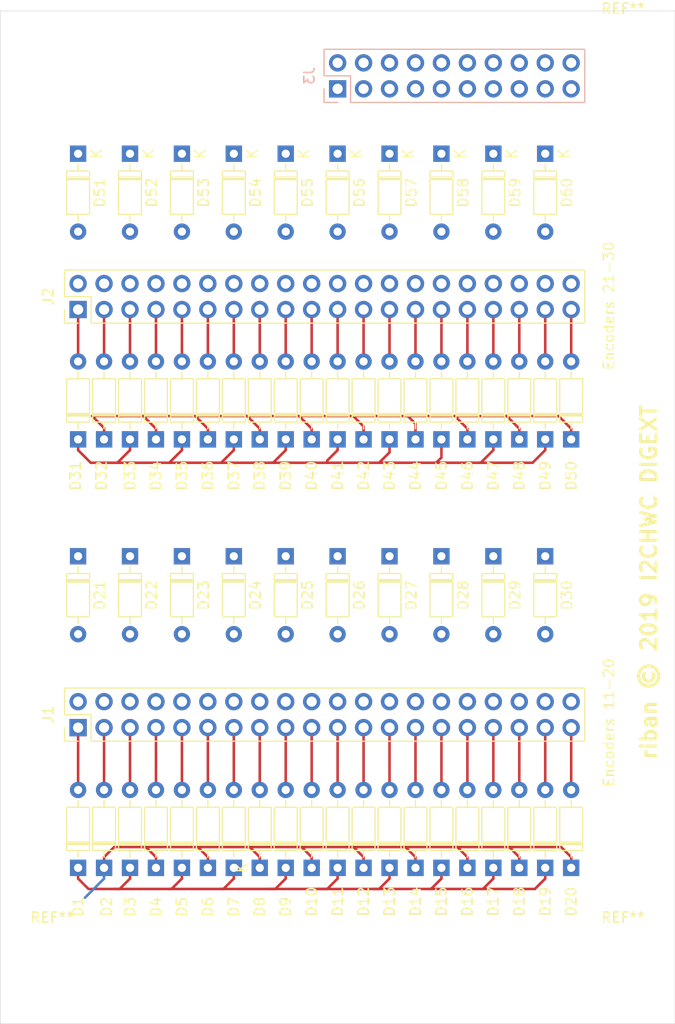
<source format=kicad_pcb>
(kicad_pcb (version 20171130) (host pcbnew "(5.1.0)-1")
  (layers (0 F.Cu signal) (31 B.Cu signal) (34 B.Paste user) (35 F.Paste user) (36 B.SilkS user) (37 F.SilkS user) (38 B.Mask user) (39 F.Mask user) (44 Edge.Cuts user))
  (net 0 "")
  (net 1 "Net-(D1-Pad2)")
  (net 2 SwitchIn2)
  (net 3 EncIn2a)
  (net 4 "Net-(D2-Pad2)")
  (net 5 "Net-(D3-Pad2)")
  (net 6 "Net-(D4-Pad2)")
  (net 7 "Net-(D5-Pad2)")
  (net 8 "Net-(D6-Pad2)")
  (net 9 "Net-(D7-Pad2)")
  (net 10 "Net-(D8-Pad2)")
  (net 11 "Net-(D9-Pad2)")
  (net 12 "Net-(D10-Pad2)")
  (net 13 "Net-(D11-Pad2)")
  (net 14 "Net-(D12-Pad2)")
  (net 15 "Net-(D13-Pad2)")
  (net 16 "Net-(D14-Pad2)")
  (net 17 "Net-(D15-Pad2)")
  (net 18 "Net-(D16-Pad2)")
  (net 19 "Net-(D17-Pad2)")
  (net 20 "Net-(D18-Pad2)")
  (net 21 "Net-(D19-Pad2)")
  (net 22 "Net-(D20-Pad2)")
  (net 23 EncIn2b)
  (net 24 "Net-(D21-Pad2)")
  (net 25 "Net-(D22-Pad2)")
  (net 26 "Net-(D23-Pad2)")
  (net 27 "Net-(D24-Pad2)")
  (net 28 "Net-(D25-Pad2)")
  (net 29 "Net-(D26-Pad2)")
  (net 30 "Net-(D27-Pad2)")
  (net 31 "Net-(D28-Pad2)")
  (net 32 "Net-(D29-Pad2)")
  (net 33 "Net-(D30-Pad2)")
  (net 34 "Net-(D31-Pad2)")
  (net 35 SwitchIn3)
  (net 36 EncIn3a)
  (net 37 "Net-(D32-Pad2)")
  (net 38 "Net-(D33-Pad2)")
  (net 39 "Net-(D34-Pad2)")
  (net 40 "Net-(D35-Pad2)")
  (net 41 "Net-(D36-Pad2)")
  (net 42 "Net-(D37-Pad2)")
  (net 43 "Net-(D38-Pad2)")
  (net 44 "Net-(D39-Pad2)")
  (net 45 "Net-(D40-Pad2)")
  (net 46 "Net-(D41-Pad2)")
  (net 47 "Net-(D42-Pad2)")
  (net 48 "Net-(D43-Pad2)")
  (net 49 "Net-(D44-Pad2)")
  (net 50 "Net-(D45-Pad2)")
  (net 51 "Net-(D46-Pad2)")
  (net 52 "Net-(D47-Pad2)")
  (net 53 "Net-(D48-Pad2)")
  (net 54 "Net-(D49-Pad2)")
  (net 55 "Net-(D50-Pad2)")
  (net 56 EncIn3b)
  (net 57 "Net-(D51-Pad2)")
  (net 58 "Net-(D52-Pad2)")
  (net 59 "Net-(D53-Pad2)")
  (net 60 "Net-(D54-Pad2)")
  (net 61 "Net-(D55-Pad2)")
  (net 62 "Net-(D56-Pad2)")
  (net 63 "Net-(D57-Pad2)")
  (net 64 "Net-(D58-Pad2)")
  (net 65 "Net-(D59-Pad2)")
  (net 66 "Net-(D60-Pad2)")
  (net 67 MatrixOut10)
  (net 68 MatrixOut9)
  (net 69 MatrixOut8)
  (net 70 MatrixOut7)
  (net 71 MatrixOut6)
  (net 72 MatrixOut5)
  (net 73 MatrixOut4)
  (net 74 MatrixOut3)
  (net 75 MatrixOut2)
  (net 76 MatrixOut1)
  (module MountingHole:MountingHole_4.3mm_M4 (layer F.Cu) (at 109.22 35.56)
    (fp_text reference REF** (at 0 -5.3) (layer F.SilkS))
    (fp_text value MountingHole_4.3mm_M4)
    (pad 1 np_thru_hole circle (at 0 0) (size 4.3 4.3) (drill 4.3) (layers *.Cu *.Mask))
  )
  (module MountingHole:MountingHole_4.3mm_M4 (layer F.Cu) (at 109.22 124.46)
    (fp_text reference REF** (at 0 -5.3) (layer F.SilkS))
    (fp_text value MountingHole_4.3mm_M4)
    (pad 1 np_thru_hole circle (at 0 0) (size 4.3 4.3) (drill 4.3) (layers *.Cu *.Mask))
  )
  (module MountingHole:MountingHole_4.3mm_M4 (layer F.Cu) (at 53.34 124.46)
    (fp_text reference REF** (at 0 -5.3) (layer F.SilkS))
    (fp_text value MountingHole_4.3mm_M4)
    (pad 1 np_thru_hole circle (at 0 0) (size 4.3 4.3) (drill 4.3) (layers *.Cu *.Mask))
  )
  (module MountingHole:MountingHole_4.3mm_M4 (layer F.Cu) (at 53.34 35.56)
    (fp_text reference REF** hide)
    (fp_text value MountingHole_4.3mm_M4)
    (pad 1 np_thru_hole circle (at 0 0) (size 4.3 4.3) (drill 4.3) (layers *.Cu *.Mask))
  )
  (module Diode_THT:D_DO-35_SOD27_P7.62mm_Horizontal (layer F.Cu) (at 58.42 72.39 90)
    (fp_text reference D32 (at -3.556 -0.254 90) (layer F.SilkS))
    (fp_text value 1N4148)
    (pad 1 thru_hole rect (at 0 0 90) (size 1.6 1.6) (drill 0.8) (layers *.Cu *.Mask) (net 36 EncIn3a))
    (pad 2 thru_hole oval (at 7.62 0 90) (size 1.6 1.6) (drill 0.8) (layers *.Cu *.Mask) (net 37 "Net-(D32-Pad2)"))
  )
  (module Diode_THT:D_DO-35_SOD27_P7.62mm_Horizontal (layer F.Cu) (at 73.66 114.3 90)
    (fp_text reference D8 (at -3.81 0 90) (layer F.SilkS))
    (fp_text value 1N4148)
    (fp_text user K (at 0 -1.8 90) (layer F.SilkS))
    (pad 1 thru_hole rect (at 0 0 90) (size 1.6 1.6) (drill 0.8) (layers *.Cu *.Mask) (net 3 EncIn2a))
    (pad 2 thru_hole oval (at 7.62 0 90) (size 1.6 1.6) (drill 0.8) (layers *.Cu *.Mask) (net 10 "Net-(D8-Pad2)"))
  )
  (module Diode_THT:D_DO-35_SOD27_P7.62mm_Horizontal (layer F.Cu) (at 55.88 114.3 90)
    (fp_text reference D1 (at -3.81 0 90) (layer F.SilkS))
    (fp_text value 1N4148)
    (pad 2 thru_hole oval (at 7.62 0 90) (size 1.6 1.6) (drill 0.8) (layers *.Cu *.Mask) (net 1 "Net-(D1-Pad2)"))
    (pad 1 thru_hole rect (at 0 0 90) (size 1.6 1.6) (drill 0.8) (layers *.Cu *.Mask) (net 2 SwitchIn2))
  )
  (module Diode_THT:D_DO-35_SOD27_P7.62mm_Horizontal (layer F.Cu) (at 58.42 114.3 90)
    (fp_text reference D2 (at -3.81 0.254 90) (layer F.SilkS))
    (fp_text value 1N4148)
    (pad 1 thru_hole rect (at 0 0 90) (size 1.6 1.6) (drill 0.8) (layers *.Cu *.Mask) (net 3 EncIn2a))
    (pad 2 thru_hole oval (at 7.62 0 90) (size 1.6 1.6) (drill 0.8) (layers *.Cu *.Mask) (net 4 "Net-(D2-Pad2)"))
  )
  (module Diode_THT:D_DO-35_SOD27_P7.62mm_Horizontal (layer F.Cu) (at 60.96 114.3 90)
    (fp_text reference D3 (at -3.81 0 90) (layer F.SilkS))
    (fp_text value 1N4148)
    (pad 2 thru_hole oval (at 7.62 0 90) (size 1.6 1.6) (drill 0.8) (layers *.Cu *.Mask) (net 5 "Net-(D3-Pad2)"))
    (pad 1 thru_hole rect (at 0 0 90) (size 1.6 1.6) (drill 0.8) (layers *.Cu *.Mask) (net 2 SwitchIn2))
  )
  (module Diode_THT:D_DO-35_SOD27_P7.62mm_Horizontal (layer F.Cu) (at 63.5 114.3 90)
    (fp_text reference D4 (at -3.81 0 90) (layer F.SilkS))
    (fp_text value 1N4148)
    (pad 1 thru_hole rect (at 0 0 90) (size 1.6 1.6) (drill 0.8) (layers *.Cu *.Mask) (net 3 EncIn2a))
    (pad 2 thru_hole oval (at 7.62 0 90) (size 1.6 1.6) (drill 0.8) (layers *.Cu *.Mask) (net 6 "Net-(D4-Pad2)"))
  )
  (module Diode_THT:D_DO-35_SOD27_P7.62mm_Horizontal (layer F.Cu) (at 66.04 114.3 90)
    (fp_text reference D5 (at -3.81 0 90) (layer F.SilkS))
    (fp_text value 1N4148)
    (pad 2 thru_hole oval (at 7.62 0 90) (size 1.6 1.6) (drill 0.8) (layers *.Cu *.Mask) (net 7 "Net-(D5-Pad2)"))
    (pad 1 thru_hole rect (at 0 0 90) (size 1.6 1.6) (drill 0.8) (layers *.Cu *.Mask) (net 2 SwitchIn2))
  )
  (module Diode_THT:D_DO-35_SOD27_P7.62mm_Horizontal (layer F.Cu) (at 68.58 114.3 90)
    (fp_text reference D6 (at -3.81 0 90) (layer F.SilkS))
    (fp_text value 1N4148)
    (pad 1 thru_hole rect (at 0 0 90) (size 1.6 1.6) (drill 0.8) (layers *.Cu *.Mask) (net 3 EncIn2a))
    (pad 2 thru_hole oval (at 7.62 0 90) (size 1.6 1.6) (drill 0.8) (layers *.Cu *.Mask) (net 8 "Net-(D6-Pad2)"))
  )
  (module Diode_THT:D_DO-35_SOD27_P7.62mm_Horizontal (layer F.Cu) (at 71.12 114.3 90)
    (fp_text reference D7 (at -3.81 0 90) (layer F.SilkS))
    (fp_text value 1N4148)
    (pad 2 thru_hole oval (at 7.62 0 90) (size 1.6 1.6) (drill 0.8) (layers *.Cu *.Mask) (net 9 "Net-(D7-Pad2)"))
    (pad 1 thru_hole rect (at 0 0 90) (size 1.6 1.6) (drill 0.8) (layers *.Cu *.Mask) (net 2 SwitchIn2))
  )
  (module Diode_THT:D_DO-35_SOD27_P7.62mm_Horizontal (layer F.Cu) (at 76.2 114.3 90)
    (fp_text reference D9 (at -3.81 0 90) (layer F.SilkS))
    (fp_text value 1N4148)
    (pad 2 thru_hole oval (at 7.62 0 90) (size 1.6 1.6) (drill 0.8) (layers *.Cu *.Mask) (net 11 "Net-(D9-Pad2)"))
    (pad 1 thru_hole rect (at 0 0 90) (size 1.6 1.6) (drill 0.8) (layers *.Cu *.Mask) (net 2 SwitchIn2))
  )
  (module Diode_THT:D_DO-35_SOD27_P7.62mm_Horizontal (layer F.Cu) (at 78.74 114.3 90)
    (fp_text reference D10 (at -3.302 0 90) (layer F.SilkS))
    (fp_text value 1N4148)
    (pad 1 thru_hole rect (at 0 0 90) (size 1.6 1.6) (drill 0.8) (layers *.Cu *.Mask) (net 3 EncIn2a))
    (pad 2 thru_hole oval (at 7.62 0 90) (size 1.6 1.6) (drill 0.8) (layers *.Cu *.Mask) (net 12 "Net-(D10-Pad2)"))
  )
  (module Diode_THT:D_DO-35_SOD27_P7.62mm_Horizontal (layer F.Cu) (at 81.28 114.3 90)
    (fp_text reference D11 (at -3.302 0 90) (layer F.SilkS))
    (fp_text value 1N4148)
    (pad 2 thru_hole oval (at 7.62 0 90) (size 1.6 1.6) (drill 0.8) (layers *.Cu *.Mask) (net 13 "Net-(D11-Pad2)"))
    (pad 1 thru_hole rect (at 0 0 90) (size 1.6 1.6) (drill 0.8) (layers *.Cu *.Mask) (net 2 SwitchIn2))
  )
  (module Diode_THT:D_DO-35_SOD27_P7.62mm_Horizontal (layer F.Cu) (at 83.82 114.3 90)
    (fp_text reference D12 (at -3.302 0 90) (layer F.SilkS))
    (fp_text value 1N4148)
    (pad 1 thru_hole rect (at 0 0 90) (size 1.6 1.6) (drill 0.8) (layers *.Cu *.Mask) (net 3 EncIn2a))
    (pad 2 thru_hole oval (at 7.62 0 90) (size 1.6 1.6) (drill 0.8) (layers *.Cu *.Mask) (net 14 "Net-(D12-Pad2)"))
  )
  (module Diode_THT:D_DO-35_SOD27_P7.62mm_Horizontal (layer F.Cu) (at 86.36 114.3 90)
    (fp_text reference D13 (at -3.302 0 90) (layer F.SilkS))
    (fp_text value 1N4148)
    (pad 2 thru_hole oval (at 7.62 0 90) (size 1.6 1.6) (drill 0.8) (layers *.Cu *.Mask) (net 15 "Net-(D13-Pad2)"))
    (pad 1 thru_hole rect (at 0 0 90) (size 1.6 1.6) (drill 0.8) (layers *.Cu *.Mask) (net 2 SwitchIn2))
  )
  (module Diode_THT:D_DO-35_SOD27_P7.62mm_Horizontal (layer F.Cu) (at 88.9 114.3 90)
    (fp_text reference D14 (at -3.302 0 90) (layer F.SilkS))
    (fp_text value 1N4148)
    (pad 2 thru_hole oval (at 7.62 0 90) (size 1.6 1.6) (drill 0.8) (layers *.Cu *.Mask) (net 16 "Net-(D14-Pad2)"))
    (pad 1 thru_hole rect (at 0 0 90) (size 1.6 1.6) (drill 0.8) (layers *.Cu *.Mask) (net 3 EncIn2a))
  )
  (module Diode_THT:D_DO-35_SOD27_P7.62mm_Horizontal (layer F.Cu) (at 91.44 114.3 90)
    (fp_text reference D15 (at -3.302 0 90) (layer F.SilkS))
    (fp_text value 1N4148)
    (pad 1 thru_hole rect (at 0 0 90) (size 1.6 1.6) (drill 0.8) (layers *.Cu *.Mask) (net 2 SwitchIn2))
    (pad 2 thru_hole oval (at 7.62 0 90) (size 1.6 1.6) (drill 0.8) (layers *.Cu *.Mask) (net 17 "Net-(D15-Pad2)"))
  )
  (module Diode_THT:D_DO-35_SOD27_P7.62mm_Horizontal (layer F.Cu) (at 93.98 114.3 90)
    (fp_text reference D16 (at -3.302 0 90) (layer F.SilkS))
    (fp_text value 1N4148)
    (pad 2 thru_hole oval (at 7.62 0 90) (size 1.6 1.6) (drill 0.8) (layers *.Cu *.Mask) (net 18 "Net-(D16-Pad2)"))
    (pad 1 thru_hole rect (at 0 0 90) (size 1.6 1.6) (drill 0.8) (layers *.Cu *.Mask) (net 3 EncIn2a))
  )
  (module Diode_THT:D_DO-35_SOD27_P7.62mm_Horizontal (layer F.Cu) (at 96.52 114.3 90)
    (fp_text reference D17 (at -3.302 0 90) (layer F.SilkS))
    (fp_text value 1N4148)
    (pad 1 thru_hole rect (at 0 0 90) (size 1.6 1.6) (drill 0.8) (layers *.Cu *.Mask) (net 2 SwitchIn2))
    (pad 2 thru_hole oval (at 7.62 0 90) (size 1.6 1.6) (drill 0.8) (layers *.Cu *.Mask) (net 19 "Net-(D17-Pad2)"))
  )
  (module Diode_THT:D_DO-35_SOD27_P7.62mm_Horizontal (layer F.Cu) (at 99.06 114.3 90)
    (fp_text reference D18 (at -3.302 0 90) (layer F.SilkS))
    (fp_text value 1N4148)
    (pad 2 thru_hole oval (at 7.62 0 90) (size 1.6 1.6) (drill 0.8) (layers *.Cu *.Mask) (net 20 "Net-(D18-Pad2)"))
    (pad 1 thru_hole rect (at 0 0 90) (size 1.6 1.6) (drill 0.8) (layers *.Cu *.Mask) (net 3 EncIn2a))
  )
  (module Diode_THT:D_DO-35_SOD27_P7.62mm_Horizontal (layer F.Cu) (at 101.6 114.3 90)
    (fp_text reference D19 (at -3.302 0 90) (layer F.SilkS))
    (fp_text value 1N4148)
    (pad 1 thru_hole rect (at 0 0 90) (size 1.6 1.6) (drill 0.8) (layers *.Cu *.Mask) (net 2 SwitchIn2))
    (pad 2 thru_hole oval (at 7.62 0 90) (size 1.6 1.6) (drill 0.8) (layers *.Cu *.Mask) (net 21 "Net-(D19-Pad2)"))
  )
  (module Diode_THT:D_DO-35_SOD27_P7.62mm_Horizontal (layer F.Cu) (at 104.14 114.3 90)
    (fp_text reference D20 (at -3.302 0 90) (layer F.SilkS))
    (fp_text value 1N4148)
    (pad 2 thru_hole oval (at 7.62 0 90) (size 1.6 1.6) (drill 0.8) (layers *.Cu *.Mask) (net 22 "Net-(D20-Pad2)"))
    (pad 1 thru_hole rect (at 0 0 90) (size 1.6 1.6) (drill 0.8) (layers *.Cu *.Mask) (net 3 EncIn2a))
  )
  (module Diode_THT:D_DO-35_SOD27_P7.62mm_Horizontal (layer F.Cu) (at 55.88 83.82 270)
    (fp_text reference D21 (at 3.81 -2.12 270) (layer F.SilkS))
    (fp_text value 1N4148)
    (pad 1 thru_hole rect (at 0 0 270) (size 1.6 1.6) (drill 0.8) (layers *.Cu *.Mask) (net 23 EncIn2b))
    (pad 2 thru_hole oval (at 7.62 0 270) (size 1.6 1.6) (drill 0.8) (layers *.Cu *.Mask) (net 24 "Net-(D21-Pad2)"))
  )
  (module Diode_THT:D_DO-35_SOD27_P7.62mm_Horizontal (layer F.Cu) (at 60.96 83.82 270)
    (fp_text reference D22 (at 3.81 -2.12 270) (layer F.SilkS))
    (fp_text value 1N4148)
    (pad 1 thru_hole rect (at 0 0 270) (size 1.6 1.6) (drill 0.8) (layers *.Cu *.Mask) (net 23 EncIn2b))
    (pad 2 thru_hole oval (at 7.62 0 270) (size 1.6 1.6) (drill 0.8) (layers *.Cu *.Mask) (net 25 "Net-(D22-Pad2)"))
  )
  (module Diode_THT:D_DO-35_SOD27_P7.62mm_Horizontal (layer F.Cu) (at 66.04 83.82 270)
    (fp_text reference D23 (at 3.81 -2.12 270) (layer F.SilkS))
    (fp_text value 1N4148)
    (pad 2 thru_hole oval (at 7.62 0 270) (size 1.6 1.6) (drill 0.8) (layers *.Cu *.Mask) (net 26 "Net-(D23-Pad2)"))
    (pad 1 thru_hole rect (at 0 0 270) (size 1.6 1.6) (drill 0.8) (layers *.Cu *.Mask) (net 23 EncIn2b))
  )
  (module Diode_THT:D_DO-35_SOD27_P7.62mm_Horizontal (layer F.Cu) (at 71.12 83.82 270)
    (fp_text reference D24 (at 3.81 -2.12 270) (layer F.SilkS))
    (fp_text value 1N4148)
    (pad 1 thru_hole rect (at 0 0 270) (size 1.6 1.6) (drill 0.8) (layers *.Cu *.Mask) (net 23 EncIn2b))
    (pad 2 thru_hole oval (at 7.62 0 270) (size 1.6 1.6) (drill 0.8) (layers *.Cu *.Mask) (net 27 "Net-(D24-Pad2)"))
  )
  (module Diode_THT:D_DO-35_SOD27_P7.62mm_Horizontal (layer F.Cu) (at 76.2 83.82 270)
    (fp_text reference D25 (at 3.81 -2.12 270) (layer F.SilkS))
    (fp_text value 1N4148)
    (pad 2 thru_hole oval (at 7.62 0 270) (size 1.6 1.6) (drill 0.8) (layers *.Cu *.Mask) (net 28 "Net-(D25-Pad2)"))
    (pad 1 thru_hole rect (at 0 0 270) (size 1.6 1.6) (drill 0.8) (layers *.Cu *.Mask) (net 23 EncIn2b))
  )
  (module Diode_THT:D_DO-35_SOD27_P7.62mm_Horizontal (layer F.Cu) (at 81.28 83.82 270)
    (fp_text reference D26 (at 3.81 -2.12 270) (layer F.SilkS))
    (fp_text value 1N4148)
    (pad 1 thru_hole rect (at 0 0 270) (size 1.6 1.6) (drill 0.8) (layers *.Cu *.Mask) (net 23 EncIn2b))
    (pad 2 thru_hole oval (at 7.62 0 270) (size 1.6 1.6) (drill 0.8) (layers *.Cu *.Mask) (net 29 "Net-(D26-Pad2)"))
  )
  (module Diode_THT:D_DO-35_SOD27_P7.62mm_Horizontal (layer F.Cu) (at 86.36 83.82 270)
    (fp_text reference D27 (at 3.81 -2.12 270) (layer F.SilkS))
    (fp_text value 1N4148)
    (pad 2 thru_hole oval (at 7.62 0 270) (size 1.6 1.6) (drill 0.8) (layers *.Cu *.Mask) (net 30 "Net-(D27-Pad2)"))
    (pad 1 thru_hole rect (at 0 0 270) (size 1.6 1.6) (drill 0.8) (layers *.Cu *.Mask) (net 23 EncIn2b))
  )
  (module Diode_THT:D_DO-35_SOD27_P7.62mm_Horizontal (layer F.Cu) (at 91.44 83.82 270)
    (fp_text reference D28 (at 3.81 -2.12 270) (layer F.SilkS))
    (fp_text value 1N4148)
    (pad 1 thru_hole rect (at 0 0 270) (size 1.6 1.6) (drill 0.8) (layers *.Cu *.Mask) (net 23 EncIn2b))
    (pad 2 thru_hole oval (at 7.62 0 270) (size 1.6 1.6) (drill 0.8) (layers *.Cu *.Mask) (net 31 "Net-(D28-Pad2)"))
  )
  (module Diode_THT:D_DO-35_SOD27_P7.62mm_Horizontal (layer F.Cu) (at 96.52 83.82 270)
    (fp_text reference D29 (at 3.81 -2.12 270) (layer F.SilkS))
    (fp_text value 1N4148)
    (pad 2 thru_hole oval (at 7.62 0 270) (size 1.6 1.6) (drill 0.8) (layers *.Cu *.Mask) (net 32 "Net-(D29-Pad2)"))
    (pad 1 thru_hole rect (at 0 0 270) (size 1.6 1.6) (drill 0.8) (layers *.Cu *.Mask) (net 23 EncIn2b))
  )
  (module Diode_THT:D_DO-35_SOD27_P7.62mm_Horizontal (layer F.Cu) (at 101.6 83.82 270)
    (fp_text reference D30 (at 3.81 -2.12 270) (layer F.SilkS))
    (fp_text value 1N4148)
    (pad 1 thru_hole rect (at 0 0 270) (size 1.6 1.6) (drill 0.8) (layers *.Cu *.Mask) (net 23 EncIn2b))
    (pad 2 thru_hole oval (at 7.62 0 270) (size 1.6 1.6) (drill 0.8) (layers *.Cu *.Mask) (net 33 "Net-(D30-Pad2)"))
  )
  (module Diode_THT:D_DO-35_SOD27_P7.62mm_Horizontal (layer F.Cu) (at 55.88 72.39 90)
    (fp_text reference D31 (at -3.556 -0.254 90) (layer F.SilkS))
    (fp_text value 1N4148)
    (pad 2 thru_hole oval (at 7.62 0 90) (size 1.6 1.6) (drill 0.8) (layers *.Cu *.Mask) (net 34 "Net-(D31-Pad2)"))
    (pad 1 thru_hole rect (at 0 0 90) (size 1.6 1.6) (drill 0.8) (layers *.Cu *.Mask) (net 35 SwitchIn3))
  )
  (module Diode_THT:D_DO-35_SOD27_P7.62mm_Horizontal (layer F.Cu) (at 60.96 72.39 90)
    (fp_text reference D33 (at -3.556 0 90) (layer F.SilkS))
    (fp_text value 1N4148)
    (pad 2 thru_hole oval (at 7.62 0 90) (size 1.6 1.6) (drill 0.8) (layers *.Cu *.Mask) (net 38 "Net-(D33-Pad2)"))
    (pad 1 thru_hole rect (at 0 0 90) (size 1.6 1.6) (drill 0.8) (layers *.Cu *.Mask) (net 35 SwitchIn3))
  )
  (module Diode_THT:D_DO-35_SOD27_P7.62mm_Horizontal (layer F.Cu) (at 63.5 72.39 90)
    (fp_text reference D34 (at -3.556 0 90) (layer F.SilkS))
    (fp_text value 1N4148)
    (pad 1 thru_hole rect (at 0 0 90) (size 1.6 1.6) (drill 0.8) (layers *.Cu *.Mask) (net 36 EncIn3a))
    (pad 2 thru_hole oval (at 7.62 0 90) (size 1.6 1.6) (drill 0.8) (layers *.Cu *.Mask) (net 39 "Net-(D34-Pad2)"))
  )
  (module Diode_THT:D_DO-35_SOD27_P7.62mm_Horizontal (layer F.Cu) (at 66.04 72.39 90)
    (fp_text reference D35 (at -3.556 0 90) (layer F.SilkS))
    (fp_text value 1N4148)
    (pad 2 thru_hole oval (at 7.62 0 90) (size 1.6 1.6) (drill 0.8) (layers *.Cu *.Mask) (net 40 "Net-(D35-Pad2)"))
    (pad 1 thru_hole rect (at 0 0 90) (size 1.6 1.6) (drill 0.8) (layers *.Cu *.Mask) (net 35 SwitchIn3))
  )
  (module Diode_THT:D_DO-35_SOD27_P7.62mm_Horizontal (layer F.Cu) (at 68.58 72.39 90)
    (fp_text reference D36 (at -3.556 0 90) (layer F.SilkS))
    (fp_text value 1N4148)
    (pad 1 thru_hole rect (at 0 0 90) (size 1.6 1.6) (drill 0.8) (layers *.Cu *.Mask) (net 36 EncIn3a))
    (pad 2 thru_hole oval (at 7.62 0 90) (size 1.6 1.6) (drill 0.8) (layers *.Cu *.Mask) (net 41 "Net-(D36-Pad2)"))
  )
  (module Diode_THT:D_DO-35_SOD27_P7.62mm_Horizontal (layer F.Cu) (at 71.12 72.39 90)
    (fp_text reference D37 (at -3.556 0 90) (layer F.SilkS))
    (fp_text value 1N4148)
    (pad 2 thru_hole oval (at 7.62 0 90) (size 1.6 1.6) (drill 0.8) (layers *.Cu *.Mask) (net 42 "Net-(D37-Pad2)"))
    (pad 1 thru_hole rect (at 0 0 90) (size 1.6 1.6) (drill 0.8) (layers *.Cu *.Mask) (net 35 SwitchIn3))
  )
  (module Diode_THT:D_DO-35_SOD27_P7.62mm_Horizontal (layer F.Cu) (at 73.66 72.39 90)
    (fp_text reference D38 (at -3.556 0 90) (layer F.SilkS))
    (fp_text value 1N4148)
    (pad 1 thru_hole rect (at 0 0 90) (size 1.6 1.6) (drill 0.8) (layers *.Cu *.Mask) (net 36 EncIn3a))
    (pad 2 thru_hole oval (at 7.62 0 90) (size 1.6 1.6) (drill 0.8) (layers *.Cu *.Mask) (net 43 "Net-(D38-Pad2)"))
  )
  (module Diode_THT:D_DO-35_SOD27_P7.62mm_Horizontal (layer F.Cu) (at 76.2 72.39 90)
    (fp_text reference D39 (at -3.556 0 90) (layer F.SilkS))
    (fp_text value 1N4148)
    (pad 2 thru_hole oval (at 7.62 0 90) (size 1.6 1.6) (drill 0.8) (layers *.Cu *.Mask) (net 44 "Net-(D39-Pad2)"))
    (pad 1 thru_hole rect (at 0 0 90) (size 1.6 1.6) (drill 0.8) (layers *.Cu *.Mask) (net 35 SwitchIn3))
  )
  (module Diode_THT:D_DO-35_SOD27_P7.62mm_Horizontal (layer F.Cu) (at 78.74 72.39 90)
    (fp_text reference D40 (at -3.556 0 90) (layer F.SilkS))
    (fp_text value 1N4148)
    (pad 1 thru_hole rect (at 0 0 90) (size 1.6 1.6) (drill 0.8) (layers *.Cu *.Mask) (net 36 EncIn3a))
    (pad 2 thru_hole oval (at 7.62 0 90) (size 1.6 1.6) (drill 0.8) (layers *.Cu *.Mask) (net 45 "Net-(D40-Pad2)"))
  )
  (module Diode_THT:D_DO-35_SOD27_P7.62mm_Horizontal (layer F.Cu) (at 81.28 72.39 90)
    (fp_text reference D41 (at -3.556 0 90) (layer F.SilkS))
    (fp_text value 1N4148)
    (pad 2 thru_hole oval (at 7.62 0 90) (size 1.6 1.6) (drill 0.8) (layers *.Cu *.Mask) (net 46 "Net-(D41-Pad2)"))
    (pad 1 thru_hole rect (at 0 0 90) (size 1.6 1.6) (drill 0.8) (layers *.Cu *.Mask) (net 35 SwitchIn3))
  )
  (module Diode_THT:D_DO-35_SOD27_P7.62mm_Horizontal (layer F.Cu) (at 83.82 72.39 90)
    (fp_text reference D42 (at -3.556 0 90) (layer F.SilkS))
    (fp_text value 1N4148)
    (pad 1 thru_hole rect (at 0 0 90) (size 1.6 1.6) (drill 0.8) (layers *.Cu *.Mask) (net 36 EncIn3a))
    (pad 2 thru_hole oval (at 7.62 0 90) (size 1.6 1.6) (drill 0.8) (layers *.Cu *.Mask) (net 47 "Net-(D42-Pad2)"))
  )
  (module Diode_THT:D_DO-35_SOD27_P7.62mm_Horizontal (layer F.Cu) (at 86.36 72.39 90)
    (fp_text reference D43 (at -3.556 0 90) (layer F.SilkS))
    (fp_text value 1N4148)
    (pad 2 thru_hole oval (at 7.62 0 90) (size 1.6 1.6) (drill 0.8) (layers *.Cu *.Mask) (net 48 "Net-(D43-Pad2)"))
    (pad 1 thru_hole rect (at 0 0 90) (size 1.6 1.6) (drill 0.8) (layers *.Cu *.Mask) (net 35 SwitchIn3))
  )
  (module Diode_THT:D_DO-35_SOD27_P7.62mm_Horizontal (layer F.Cu) (at 88.9 72.39 90)
    (fp_text reference D44 (at -3.556 0 90) (layer F.SilkS))
    (fp_text value 1N4148)
    (pad 1 thru_hole rect (at 0 0 90) (size 1.6 1.6) (drill 0.8) (layers *.Cu *.Mask) (net 36 EncIn3a))
    (pad 2 thru_hole oval (at 7.62 0 90) (size 1.6 1.6) (drill 0.8) (layers *.Cu *.Mask) (net 49 "Net-(D44-Pad2)"))
  )
  (module Diode_THT:D_DO-35_SOD27_P7.62mm_Horizontal (layer F.Cu) (at 91.44 72.39 90)
    (fp_text reference D45 (at -3.556 0 90) (layer F.SilkS))
    (fp_text value 1N4148)
    (pad 2 thru_hole oval (at 7.62 0 90) (size 1.6 1.6) (drill 0.8) (layers *.Cu *.Mask) (net 50 "Net-(D45-Pad2)"))
    (pad 1 thru_hole rect (at 0 0 90) (size 1.6 1.6) (drill 0.8) (layers *.Cu *.Mask) (net 35 SwitchIn3))
  )
  (module Diode_THT:D_DO-35_SOD27_P7.62mm_Horizontal (layer F.Cu) (at 93.98 72.39 90)
    (fp_text reference D46 (at -3.556 0 90) (layer F.SilkS))
    (fp_text value 1N4148)
    (pad 1 thru_hole rect (at 0 0 90) (size 1.6 1.6) (drill 0.8) (layers *.Cu *.Mask) (net 36 EncIn3a))
    (pad 2 thru_hole oval (at 7.62 0 90) (size 1.6 1.6) (drill 0.8) (layers *.Cu *.Mask) (net 51 "Net-(D46-Pad2)"))
  )
  (module Diode_THT:D_DO-35_SOD27_P7.62mm_Horizontal (layer F.Cu) (at 96.52 72.39 90)
    (fp_text reference D47 (at -3.556 0 90) (layer F.SilkS))
    (fp_text value 1N4148)
    (pad 2 thru_hole oval (at 7.62 0 90) (size 1.6 1.6) (drill 0.8) (layers *.Cu *.Mask) (net 52 "Net-(D47-Pad2)"))
    (pad 1 thru_hole rect (at 0 0 90) (size 1.6 1.6) (drill 0.8) (layers *.Cu *.Mask) (net 35 SwitchIn3))
  )
  (module Diode_THT:D_DO-35_SOD27_P7.62mm_Horizontal (layer F.Cu) (at 99.06 72.39 90)
    (fp_text reference D48 (at -3.556 0 90) (layer F.SilkS))
    (fp_text value 1N4148)
    (pad 1 thru_hole rect (at 0 0 90) (size 1.6 1.6) (drill 0.8) (layers *.Cu *.Mask) (net 36 EncIn3a))
    (pad 2 thru_hole oval (at 7.62 0 90) (size 1.6 1.6) (drill 0.8) (layers *.Cu *.Mask) (net 53 "Net-(D48-Pad2)"))
  )
  (module Diode_THT:D_DO-35_SOD27_P7.62mm_Horizontal (layer F.Cu) (at 101.6 72.39 90)
    (fp_text reference D49 (at -3.556 0 90) (layer F.SilkS))
    (fp_text value 1N4148)
    (pad 2 thru_hole oval (at 7.62 0 90) (size 1.6 1.6) (drill 0.8) (layers *.Cu *.Mask) (net 54 "Net-(D49-Pad2)"))
    (pad 1 thru_hole rect (at 0 0 90) (size 1.6 1.6) (drill 0.8) (layers *.Cu *.Mask) (net 35 SwitchIn3))
  )
  (module Diode_THT:D_DO-35_SOD27_P7.62mm_Horizontal (layer F.Cu) (at 104.14 72.39 90)
    (fp_text reference D50 (at -3.556 0 90) (layer F.SilkS))
    (fp_text value 1N4148)
    (pad 1 thru_hole rect (at 0 0 90) (size 1.6 1.6) (drill 0.8) (layers *.Cu *.Mask) (net 36 EncIn3a))
    (pad 2 thru_hole oval (at 7.62 0 90) (size 1.6 1.6) (drill 0.8) (layers *.Cu *.Mask) (net 55 "Net-(D50-Pad2)"))
  )
  (module Diode_THT:D_DO-35_SOD27_P7.62mm_Horizontal (layer F.Cu) (at 55.88 44.45 270)
    (fp_text reference D51 (at 3.81 -2.12 270) (layer F.SilkS))
    (fp_text value 1N4148)
    (fp_text user K (at 0 -1.8 270) (layer F.SilkS))
    (pad 1 thru_hole rect (at 0 0 270) (size 1.6 1.6) (drill 0.8) (layers *.Cu *.Mask) (net 56 EncIn3b))
    (pad 2 thru_hole oval (at 7.62 0 270) (size 1.6 1.6) (drill 0.8) (layers *.Cu *.Mask) (net 57 "Net-(D51-Pad2)"))
  )
  (module Diode_THT:D_DO-35_SOD27_P7.62mm_Horizontal (layer F.Cu) (at 60.96 44.45 270)
    (fp_text reference D52 (at 3.81 -2.12 270) (layer F.SilkS))
    (fp_text value 1N4148)
    (fp_text user K (at 0 -1.8 270) (layer F.SilkS))
    (pad 2 thru_hole oval (at 7.62 0 270) (size 1.6 1.6) (drill 0.8) (layers *.Cu *.Mask) (net 58 "Net-(D52-Pad2)"))
    (pad 1 thru_hole rect (at 0 0 270) (size 1.6 1.6) (drill 0.8) (layers *.Cu *.Mask) (net 56 EncIn3b))
  )
  (module Diode_THT:D_DO-35_SOD27_P7.62mm_Horizontal (layer F.Cu) (at 66.04 44.45 270)
    (fp_text reference D53 (at 3.81 -2.12 270) (layer F.SilkS))
    (fp_text value 1N4148)
    (fp_text user K (at 0 -1.8 270) (layer F.SilkS))
    (pad 1 thru_hole rect (at 0 0 270) (size 1.6 1.6) (drill 0.8) (layers *.Cu *.Mask) (net 56 EncIn3b))
    (pad 2 thru_hole oval (at 7.62 0 270) (size 1.6 1.6) (drill 0.8) (layers *.Cu *.Mask) (net 59 "Net-(D53-Pad2)"))
  )
  (module Diode_THT:D_DO-35_SOD27_P7.62mm_Horizontal (layer F.Cu) (at 71.12 44.45 270)
    (fp_text reference D54 (at 3.81 -2.12 270) (layer F.SilkS))
    (fp_text value 1N4148)
    (fp_text user K (at 0 -1.8 270) (layer F.SilkS))
    (pad 2 thru_hole oval (at 7.62 0 270) (size 1.6 1.6) (drill 0.8) (layers *.Cu *.Mask) (net 60 "Net-(D54-Pad2)"))
    (pad 1 thru_hole rect (at 0 0 270) (size 1.6 1.6) (drill 0.8) (layers *.Cu *.Mask) (net 56 EncIn3b))
  )
  (module Diode_THT:D_DO-35_SOD27_P7.62mm_Horizontal (layer F.Cu) (at 76.2 44.45 270)
    (fp_text reference D55 (at 3.81 -2.12 270) (layer F.SilkS))
    (fp_text value 1N4148)
    (fp_text user K (at 0 -1.8 270) (layer F.SilkS))
    (pad 1 thru_hole rect (at 0 0 270) (size 1.6 1.6) (drill 0.8) (layers *.Cu *.Mask) (net 56 EncIn3b))
    (pad 2 thru_hole oval (at 7.62 0 270) (size 1.6 1.6) (drill 0.8) (layers *.Cu *.Mask) (net 61 "Net-(D55-Pad2)"))
  )
  (module Diode_THT:D_DO-35_SOD27_P7.62mm_Horizontal (layer F.Cu) (at 81.28 44.45 270)
    (fp_text reference D56 (at 3.81 -2.12 270) (layer F.SilkS))
    (fp_text value 1N4148)
    (fp_text user K (at 0 -1.8 270) (layer F.SilkS))
    (pad 2 thru_hole oval (at 7.62 0 270) (size 1.6 1.6) (drill 0.8) (layers *.Cu *.Mask) (net 62 "Net-(D56-Pad2)"))
    (pad 1 thru_hole rect (at 0 0 270) (size 1.6 1.6) (drill 0.8) (layers *.Cu *.Mask) (net 56 EncIn3b))
  )
  (module Diode_THT:D_DO-35_SOD27_P7.62mm_Horizontal (layer F.Cu) (at 86.36 44.45 270)
    (fp_text reference D57 (at 3.81 -2.12 270) (layer F.SilkS))
    (fp_text value 1N4148)
    (fp_text user K (at 0 -1.8 270) (layer F.SilkS))
    (pad 1 thru_hole rect (at 0 0 270) (size 1.6 1.6) (drill 0.8) (layers *.Cu *.Mask) (net 56 EncIn3b))
    (pad 2 thru_hole oval (at 7.62 0 270) (size 1.6 1.6) (drill 0.8) (layers *.Cu *.Mask) (net 63 "Net-(D57-Pad2)"))
  )
  (module Diode_THT:D_DO-35_SOD27_P7.62mm_Horizontal (layer F.Cu) (at 91.44 44.45 270)
    (fp_text reference D58 (at 3.81 -2.12 270) (layer F.SilkS))
    (fp_text value 1N4148)
    (fp_text user K (at 0 -1.8 270) (layer F.SilkS))
    (pad 2 thru_hole oval (at 7.62 0 270) (size 1.6 1.6) (drill 0.8) (layers *.Cu *.Mask) (net 64 "Net-(D58-Pad2)"))
    (pad 1 thru_hole rect (at 0 0 270) (size 1.6 1.6) (drill 0.8) (layers *.Cu *.Mask) (net 56 EncIn3b))
  )
  (module Diode_THT:D_DO-35_SOD27_P7.62mm_Horizontal (layer F.Cu) (at 96.52 44.45 270)
    (fp_text reference D59 (at 3.81 -2.12 270) (layer F.SilkS))
    (fp_text value 1N4148)
    (fp_text user K (at 0 -1.8 270) (layer F.SilkS))
    (pad 1 thru_hole rect (at 0 0 270) (size 1.6 1.6) (drill 0.8) (layers *.Cu *.Mask) (net 56 EncIn3b))
    (pad 2 thru_hole oval (at 7.62 0 270) (size 1.6 1.6) (drill 0.8) (layers *.Cu *.Mask) (net 65 "Net-(D59-Pad2)"))
  )
  (module Diode_THT:D_DO-35_SOD27_P7.62mm_Horizontal (layer F.Cu) (at 101.6 44.45 270)
    (fp_text reference D60 (at 3.81 -2.12 270) (layer F.SilkS))
    (fp_text value 1N4148)
    (fp_text user K (at 0 -1.8 270) (layer F.SilkS))
    (pad 2 thru_hole oval (at 7.62 0 270) (size 1.6 1.6) (drill 0.8) (layers *.Cu *.Mask) (net 66 "Net-(D60-Pad2)"))
    (pad 1 thru_hole rect (at 0 0 270) (size 1.6 1.6) (drill 0.8) (layers *.Cu *.Mask) (net 56 EncIn3b))
  )
  (module Connector_PinHeader_2.54mm:PinHeader_2x20_P2.54mm_Vertical (layer F.Cu) (at 55.88 100.584 90)
    (fp_text reference J1 (at 1.27 -2.921 90) (layer F.SilkS))
    (fp_text value "Encoders 11-20" (at 0.4953 51.943 90) (layer F.SilkS))
    (pad 40 thru_hole oval (at 2.54 48.26 90) (size 1.7 1.7) (drill 1) (layers *.Cu *.Mask) (net 67 MatrixOut10))
    (pad 39 thru_hole oval (at 0 48.26 90) (size 1.7 1.7) (drill 1) (layers *.Cu *.Mask) (net 22 "Net-(D20-Pad2)"))
    (pad 38 thru_hole oval (at 2.54 45.72 90) (size 1.7 1.7) (drill 1) (layers *.Cu *.Mask) (net 33 "Net-(D30-Pad2)"))
    (pad 37 thru_hole oval (at 0 45.72 90) (size 1.7 1.7) (drill 1) (layers *.Cu *.Mask) (net 21 "Net-(D19-Pad2)"))
    (pad 36 thru_hole oval (at 2.54 43.18 90) (size 1.7 1.7) (drill 1) (layers *.Cu *.Mask) (net 68 MatrixOut9))
    (pad 35 thru_hole oval (at 0 43.18 90) (size 1.7 1.7) (drill 1) (layers *.Cu *.Mask) (net 20 "Net-(D18-Pad2)"))
    (pad 34 thru_hole oval (at 2.54 40.64 90) (size 1.7 1.7) (drill 1) (layers *.Cu *.Mask) (net 32 "Net-(D29-Pad2)"))
    (pad 33 thru_hole oval (at 0 40.64 90) (size 1.7 1.7) (drill 1) (layers *.Cu *.Mask) (net 19 "Net-(D17-Pad2)"))
    (pad 32 thru_hole oval (at 2.54 38.1 90) (size 1.7 1.7) (drill 1) (layers *.Cu *.Mask) (net 69 MatrixOut8))
    (pad 31 thru_hole oval (at 0 38.1 90) (size 1.7 1.7) (drill 1) (layers *.Cu *.Mask) (net 18 "Net-(D16-Pad2)"))
    (pad 30 thru_hole oval (at 2.54 35.56 90) (size 1.7 1.7) (drill 1) (layers *.Cu *.Mask) (net 31 "Net-(D28-Pad2)"))
    (pad 29 thru_hole oval (at 0 35.56 90) (size 1.7 1.7) (drill 1) (layers *.Cu *.Mask) (net 17 "Net-(D15-Pad2)"))
    (pad 28 thru_hole oval (at 2.54 33.02 90) (size 1.7 1.7) (drill 1) (layers *.Cu *.Mask) (net 70 MatrixOut7))
    (pad 27 thru_hole oval (at 0 33.02 90) (size 1.7 1.7) (drill 1) (layers *.Cu *.Mask) (net 16 "Net-(D14-Pad2)"))
    (pad 26 thru_hole oval (at 2.54 30.48 90) (size 1.7 1.7) (drill 1) (layers *.Cu *.Mask) (net 30 "Net-(D27-Pad2)"))
    (pad 25 thru_hole oval (at 0 30.48 90) (size 1.7 1.7) (drill 1) (layers *.Cu *.Mask) (net 15 "Net-(D13-Pad2)"))
    (pad 24 thru_hole oval (at 2.54 27.94 90) (size 1.7 1.7) (drill 1) (layers *.Cu *.Mask) (net 71 MatrixOut6))
    (pad 23 thru_hole oval (at 0 27.94 90) (size 1.7 1.7) (drill 1) (layers *.Cu *.Mask) (net 14 "Net-(D12-Pad2)"))
    (pad 22 thru_hole oval (at 2.54 25.4 90) (size 1.7 1.7) (drill 1) (layers *.Cu *.Mask) (net 29 "Net-(D26-Pad2)"))
    (pad 21 thru_hole oval (at 0 25.4 90) (size 1.7 1.7) (drill 1) (layers *.Cu *.Mask) (net 13 "Net-(D11-Pad2)"))
    (pad 20 thru_hole oval (at 2.54 22.86 90) (size 1.7 1.7) (drill 1) (layers *.Cu *.Mask) (net 72 MatrixOut5))
    (pad 19 thru_hole oval (at 0 22.86 90) (size 1.7 1.7) (drill 1) (layers *.Cu *.Mask) (net 12 "Net-(D10-Pad2)"))
    (pad 18 thru_hole oval (at 2.54 20.32 90) (size 1.7 1.7) (drill 1) (layers *.Cu *.Mask) (net 28 "Net-(D25-Pad2)"))
    (pad 17 thru_hole oval (at 0 20.32 90) (size 1.7 1.7) (drill 1) (layers *.Cu *.Mask) (net 11 "Net-(D9-Pad2)"))
    (pad 16 thru_hole oval (at 2.54 17.78 90) (size 1.7 1.7) (drill 1) (layers *.Cu *.Mask) (net 73 MatrixOut4))
    (pad 15 thru_hole oval (at 0 17.78 90) (size 1.7 1.7) (drill 1) (layers *.Cu *.Mask) (net 10 "Net-(D8-Pad2)"))
    (pad 14 thru_hole oval (at 2.54 15.24 90) (size 1.7 1.7) (drill 1) (layers *.Cu *.Mask) (net 27 "Net-(D24-Pad2)"))
    (pad 13 thru_hole oval (at 0 15.24 90) (size 1.7 1.7) (drill 1) (layers *.Cu *.Mask) (net 9 "Net-(D7-Pad2)"))
    (pad 12 thru_hole oval (at 2.54 12.7 90) (size 1.7 1.7) (drill 1) (layers *.Cu *.Mask) (net 74 MatrixOut3))
    (pad 11 thru_hole oval (at 0 12.7 90) (size 1.7 1.7) (drill 1) (layers *.Cu *.Mask) (net 8 "Net-(D6-Pad2)"))
    (pad 10 thru_hole oval (at 2.54 10.16 90) (size 1.7 1.7) (drill 1) (layers *.Cu *.Mask) (net 26 "Net-(D23-Pad2)"))
    (pad 9 thru_hole oval (at 0 10.16 90) (size 1.7 1.7) (drill 1) (layers *.Cu *.Mask) (net 7 "Net-(D5-Pad2)"))
    (pad 8 thru_hole oval (at 2.54 7.62 90) (size 1.7 1.7) (drill 1) (layers *.Cu *.Mask) (net 75 MatrixOut2))
    (pad 7 thru_hole oval (at 0 7.62 90) (size 1.7 1.7) (drill 1) (layers *.Cu *.Mask) (net 6 "Net-(D4-Pad2)"))
    (pad 6 thru_hole oval (at 2.54 5.08 90) (size 1.7 1.7) (drill 1) (layers *.Cu *.Mask) (net 25 "Net-(D22-Pad2)"))
    (pad 5 thru_hole oval (at 0 5.08 90) (size 1.7 1.7) (drill 1) (layers *.Cu *.Mask) (net 5 "Net-(D3-Pad2)"))
    (pad 4 thru_hole oval (at 2.54 2.54 90) (size 1.7 1.7) (drill 1) (layers *.Cu *.Mask) (net 76 MatrixOut1))
    (pad 3 thru_hole oval (at 0 2.54 90) (size 1.7 1.7) (drill 1) (layers *.Cu *.Mask) (net 4 "Net-(D2-Pad2)"))
    (pad 2 thru_hole oval (at 2.54 0 90) (size 1.7 1.7) (drill 1) (layers *.Cu *.Mask) (net 24 "Net-(D21-Pad2)"))
    (pad 1 thru_hole rect (at 0 0 90) (size 1.7 1.7) (drill 1) (layers *.Cu *.Mask) (net 1 "Net-(D1-Pad2)"))
  )
  (module Connector_PinHeader_2.54mm:PinHeader_2x20_P2.54mm_Vertical (layer F.Cu) (at 55.88 59.69 90)
    (fp_text reference J2 (at 1.27 -2.921 90) (layer F.SilkS))
    (fp_text value "Encoders 21-30" (at 0.3683 51.943 90) (layer F.SilkS))
    (pad 1 thru_hole rect (at 0 0 90) (size 1.7 1.7) (drill 1) (layers *.Cu *.Mask) (net 34 "Net-(D31-Pad2)"))
    (pad 2 thru_hole oval (at 2.54 0 90) (size 1.7 1.7) (drill 1) (layers *.Cu *.Mask) (net 57 "Net-(D51-Pad2)"))
    (pad 3 thru_hole oval (at 0 2.54 90) (size 1.7 1.7) (drill 1) (layers *.Cu *.Mask) (net 37 "Net-(D32-Pad2)"))
    (pad 4 thru_hole oval (at 2.54 2.54 90) (size 1.7 1.7) (drill 1) (layers *.Cu *.Mask) (net 76 MatrixOut1))
    (pad 5 thru_hole oval (at 0 5.08 90) (size 1.7 1.7) (drill 1) (layers *.Cu *.Mask) (net 38 "Net-(D33-Pad2)"))
    (pad 6 thru_hole oval (at 2.54 5.08 90) (size 1.7 1.7) (drill 1) (layers *.Cu *.Mask) (net 58 "Net-(D52-Pad2)"))
    (pad 7 thru_hole oval (at 0 7.62 90) (size 1.7 1.7) (drill 1) (layers *.Cu *.Mask) (net 39 "Net-(D34-Pad2)"))
    (pad 8 thru_hole oval (at 2.54 7.62 90) (size 1.7 1.7) (drill 1) (layers *.Cu *.Mask) (net 75 MatrixOut2))
    (pad 9 thru_hole oval (at 0 10.16 90) (size 1.7 1.7) (drill 1) (layers *.Cu *.Mask) (net 40 "Net-(D35-Pad2)"))
    (pad 10 thru_hole oval (at 2.54 10.16 90) (size 1.7 1.7) (drill 1) (layers *.Cu *.Mask) (net 59 "Net-(D53-Pad2)"))
    (pad 11 thru_hole oval (at 0 12.7 90) (size 1.7 1.7) (drill 1) (layers *.Cu *.Mask) (net 41 "Net-(D36-Pad2)"))
    (pad 12 thru_hole oval (at 2.54 12.7 90) (size 1.7 1.7) (drill 1) (layers *.Cu *.Mask) (net 74 MatrixOut3))
    (pad 13 thru_hole oval (at 0 15.24 90) (size 1.7 1.7) (drill 1) (layers *.Cu *.Mask) (net 42 "Net-(D37-Pad2)"))
    (pad 14 thru_hole oval (at 2.54 15.24 90) (size 1.7 1.7) (drill 1) (layers *.Cu *.Mask) (net 60 "Net-(D54-Pad2)"))
    (pad 15 thru_hole oval (at 0 17.78 90) (size 1.7 1.7) (drill 1) (layers *.Cu *.Mask) (net 43 "Net-(D38-Pad2)"))
    (pad 16 thru_hole oval (at 2.54 17.78 90) (size 1.7 1.7) (drill 1) (layers *.Cu *.Mask) (net 73 MatrixOut4))
    (pad 17 thru_hole oval (at 0 20.32 90) (size 1.7 1.7) (drill 1) (layers *.Cu *.Mask) (net 44 "Net-(D39-Pad2)"))
    (pad 18 thru_hole oval (at 2.54 20.32 90) (size 1.7 1.7) (drill 1) (layers *.Cu *.Mask) (net 61 "Net-(D55-Pad2)"))
    (pad 19 thru_hole oval (at 0 22.86 90) (size 1.7 1.7) (drill 1) (layers *.Cu *.Mask) (net 45 "Net-(D40-Pad2)"))
    (pad 20 thru_hole oval (at 2.54 22.86 90) (size 1.7 1.7) (drill 1) (layers *.Cu *.Mask) (net 72 MatrixOut5))
    (pad 21 thru_hole oval (at 0 25.4 90) (size 1.7 1.7) (drill 1) (layers *.Cu *.Mask) (net 46 "Net-(D41-Pad2)"))
    (pad 22 thru_hole oval (at 2.54 25.4 90) (size 1.7 1.7) (drill 1) (layers *.Cu *.Mask) (net 62 "Net-(D56-Pad2)"))
    (pad 23 thru_hole oval (at 0 27.94 90) (size 1.7 1.7) (drill 1) (layers *.Cu *.Mask) (net 47 "Net-(D42-Pad2)"))
    (pad 24 thru_hole oval (at 2.54 27.94 90) (size 1.7 1.7) (drill 1) (layers *.Cu *.Mask) (net 71 MatrixOut6))
    (pad 25 thru_hole oval (at 0 30.48 90) (size 1.7 1.7) (drill 1) (layers *.Cu *.Mask) (net 48 "Net-(D43-Pad2)"))
    (pad 26 thru_hole oval (at 2.54 30.48 90) (size 1.7 1.7) (drill 1) (layers *.Cu *.Mask) (net 63 "Net-(D57-Pad2)"))
    (pad 27 thru_hole oval (at 0 33.02 90) (size 1.7 1.7) (drill 1) (layers *.Cu *.Mask) (net 49 "Net-(D44-Pad2)"))
    (pad 28 thru_hole oval (at 2.54 33.02 90) (size 1.7 1.7) (drill 1) (layers *.Cu *.Mask) (net 70 MatrixOut7))
    (pad 29 thru_hole oval (at 0 35.56 90) (size 1.7 1.7) (drill 1) (layers *.Cu *.Mask) (net 50 "Net-(D45-Pad2)"))
    (pad 30 thru_hole oval (at 2.54 35.56 90) (size 1.7 1.7) (drill 1) (layers *.Cu *.Mask) (net 64 "Net-(D58-Pad2)"))
    (pad 31 thru_hole oval (at 0 38.1 90) (size 1.7 1.7) (drill 1) (layers *.Cu *.Mask) (net 51 "Net-(D46-Pad2)"))
    (pad 32 thru_hole oval (at 2.54 38.1 90) (size 1.7 1.7) (drill 1) (layers *.Cu *.Mask) (net 69 MatrixOut8))
    (pad 33 thru_hole oval (at 0 40.64 90) (size 1.7 1.7) (drill 1) (layers *.Cu *.Mask) (net 52 "Net-(D47-Pad2)"))
    (pad 34 thru_hole oval (at 2.54 40.64 90) (size 1.7 1.7) (drill 1) (layers *.Cu *.Mask) (net 65 "Net-(D59-Pad2)"))
    (pad 35 thru_hole oval (at 0 43.18 90) (size 1.7 1.7) (drill 1) (layers *.Cu *.Mask) (net 53 "Net-(D48-Pad2)"))
    (pad 36 thru_hole oval (at 2.54 43.18 90) (size 1.7 1.7) (drill 1) (layers *.Cu *.Mask) (net 68 MatrixOut9))
    (pad 37 thru_hole oval (at 0 45.72 90) (size 1.7 1.7) (drill 1) (layers *.Cu *.Mask) (net 54 "Net-(D49-Pad2)"))
    (pad 38 thru_hole oval (at 2.54 45.72 90) (size 1.7 1.7) (drill 1) (layers *.Cu *.Mask) (net 66 "Net-(D60-Pad2)"))
    (pad 39 thru_hole oval (at 0 48.26 90) (size 1.7 1.7) (drill 1) (layers *.Cu *.Mask) (net 55 "Net-(D50-Pad2)"))
    (pad 40 thru_hole oval (at 2.54 48.26 90) (size 1.7 1.7) (drill 1) (layers *.Cu *.Mask) (net 67 MatrixOut10))
  )
  (module Connector_PinSocket_2.54mm:PinSocket_2x10_P2.54mm_Vertical (layer B.Cu) (at 81.28 38.1 270)
    (fp_text reference J3 (at -1.27 2.77 270) (layer B.SilkS) (effects (justify mirror)))
    (fp_text value EXT)
    (pad 1 thru_hole rect (at 0 0 270) (size 1.7 1.7) (drill 1) (layers *.Cu *.Mask) (net 76 MatrixOut1))
    (pad 2 thru_hole oval (at -2.54 0 270) (size 1.7 1.7) (drill 1) (layers *.Cu *.Mask) (net 75 MatrixOut2))
    (pad 3 thru_hole oval (at 0 -2.54 270) (size 1.7 1.7) (drill 1) (layers *.Cu *.Mask) (net 74 MatrixOut3))
    (pad 4 thru_hole oval (at -2.54 -2.54 270) (size 1.7 1.7) (drill 1) (layers *.Cu *.Mask) (net 73 MatrixOut4))
    (pad 5 thru_hole oval (at 0 -5.08 270) (size 1.7 1.7) (drill 1) (layers *.Cu *.Mask) (net 72 MatrixOut5))
    (pad 6 thru_hole oval (at -2.54 -5.08 270) (size 1.7 1.7) (drill 1) (layers *.Cu *.Mask) (net 71 MatrixOut6))
    (pad 7 thru_hole oval (at 0 -7.62 270) (size 1.7 1.7) (drill 1) (layers *.Cu *.Mask) (net 70 MatrixOut7))
    (pad 8 thru_hole oval (at -2.54 -7.62 270) (size 1.7 1.7) (drill 1) (layers *.Cu *.Mask) (net 69 MatrixOut8))
    (pad 9 thru_hole oval (at 0 -10.16 270) (size 1.7 1.7) (drill 1) (layers *.Cu *.Mask) (net 68 MatrixOut9))
    (pad 10 thru_hole oval (at -2.54 -10.16 270) (size 1.7 1.7) (drill 1) (layers *.Cu *.Mask) (net 67 MatrixOut10))
    (pad 11 thru_hole oval (at 0 -12.7 270) (size 1.7 1.7) (drill 1) (layers *.Cu *.Mask))
    (pad 12 thru_hole oval (at -2.54 -12.7 270) (size 1.7 1.7) (drill 1) (layers *.Cu *.Mask))
    (pad 13 thru_hole oval (at 0 -15.24 270) (size 1.7 1.7) (drill 1) (layers *.Cu *.Mask) (net 3 EncIn2a))
    (pad 14 thru_hole oval (at -2.54 -15.24 270) (size 1.7 1.7) (drill 1) (layers *.Cu *.Mask) (net 36 EncIn3a))
    (pad 15 thru_hole oval (at 0 -17.78 270) (size 1.7 1.7) (drill 1) (layers *.Cu *.Mask) (net 23 EncIn2b))
    (pad 16 thru_hole oval (at -2.54 -17.78 270) (size 1.7 1.7) (drill 1) (layers *.Cu *.Mask) (net 56 EncIn3b))
    (pad 17 thru_hole oval (at 0 -20.32 270) (size 1.7 1.7) (drill 1) (layers *.Cu *.Mask))
    (pad 18 thru_hole oval (at -2.54 -20.32 270) (size 1.7 1.7) (drill 1) (layers *.Cu *.Mask))
    (pad 19 thru_hole oval (at 0 -22.86 270) (size 1.7 1.7) (drill 1) (layers *.Cu *.Mask))
    (pad 20 thru_hole oval (at -2.54 -22.86 270) (size 1.7 1.7) (drill 1) (layers *.Cu *.Mask))
  )
  (gr_line (start 48.26 129.54) (end 114.3 129.54) (layer Edge.Cuts) (width 0.05))
  (gr_line (start 48.26 30.48) (end 114.3 30.48) (layer Edge.Cuts) (width 0.05))
  (gr_line (start 48.26 129.54) (end 48.26 30.48) (layer Edge.Cuts) (width 0.05))
  (gr_text "riban © 2019 I2CHWC DIGEXT" (at 111.76 86.36 90) (layer F.SilkS) (effects (font (size 1.5 1.5) (thickness 0.3))))
  (gr_line (start 114.3 129.54) (end 114.3 30.48) (layer Edge.Cuts) (width 0.05))
  (segment (start 55.88 105.54863) (end 55.88 100.584) (width 0.25) (layer F.Cu) (net 1))
  (segment (start 55.88 106.68) (end 55.88 105.54863) (width 0.25) (layer F.Cu) (net 1))
  (segment (start 55.88 115.35) (end 56.896 116.366) (width 0.25) (layer F.Cu) (net 2))
  (segment (start 55.88 114.3) (end 55.88 115.35) (width 0.25) (layer F.Cu) (net 2))
  (segment (start 101.6 115.35) (end 101.6 114.3) (width 0.25) (layer F.Cu) (net 2))
  (segment (start 100.584 116.366) (end 101.6 115.35) (width 0.25) (layer F.Cu) (net 2))
  (segment (start 59.944 116.366) (end 59.402 116.366) (width 0.25) (layer F.Cu) (net 2))
  (segment (start 60.96 115.35) (end 59.944 116.366) (width 0.25) (layer F.Cu) (net 2))
  (segment (start 60.96 114.3) (end 60.96 115.35) (width 0.25) (layer F.Cu) (net 2))
  (segment (start 56.896 116.366) (end 59.402 116.366) (width 0.25) (layer F.Cu) (net 2))
  (segment (start 65.024 116.366) (end 64.804 116.366) (width 0.25) (layer F.Cu) (net 2))
  (segment (start 66.04 115.35) (end 65.024 116.366) (width 0.25) (layer F.Cu) (net 2))
  (segment (start 66.04 114.3) (end 66.04 115.35) (width 0.25) (layer F.Cu) (net 2))
  (segment (start 59.402 116.366) (end 64.804 116.366) (width 0.25) (layer F.Cu) (net 2))
  (segment (start 70.104 116.366) (end 69.816 116.366) (width 0.25) (layer F.Cu) (net 2))
  (segment (start 71.12 115.35) (end 70.104 116.366) (width 0.25) (layer F.Cu) (net 2))
  (segment (start 71.12 114.3) (end 71.12 115.35) (width 0.25) (layer F.Cu) (net 2))
  (segment (start 64.804 116.366) (end 69.816 116.366) (width 0.25) (layer F.Cu) (net 2))
  (segment (start 75.184 116.366) (end 74.456 116.366) (width 0.25) (layer F.Cu) (net 2))
  (segment (start 76.2 115.35) (end 75.184 116.366) (width 0.25) (layer F.Cu) (net 2))
  (segment (start 76.2 114.3) (end 76.2 115.35) (width 0.25) (layer F.Cu) (net 2))
  (segment (start 69.816 116.366) (end 74.456 116.366) (width 0.25) (layer F.Cu) (net 2))
  (segment (start 81.28 115.35) (end 80.264 116.366) (width 0.25) (layer F.Cu) (net 2))
  (segment (start 80.264 116.366) (end 79.282 116.366) (width 0.25) (layer F.Cu) (net 2))
  (segment (start 81.28 114.3) (end 81.28 115.35) (width 0.25) (layer F.Cu) (net 2))
  (segment (start 74.456 116.366) (end 79.282 116.366) (width 0.25) (layer F.Cu) (net 2))
  (segment (start 85.344 116.366) (end 84.802 116.366) (width 0.25) (layer F.Cu) (net 2))
  (segment (start 86.36 115.35) (end 85.344 116.366) (width 0.25) (layer F.Cu) (net 2))
  (segment (start 86.36 114.3) (end 86.36 115.35) (width 0.25) (layer F.Cu) (net 2))
  (segment (start 79.282 116.366) (end 84.802 116.366) (width 0.25) (layer F.Cu) (net 2))
  (segment (start 90.424 116.366) (end 90.204 116.366) (width 0.25) (layer F.Cu) (net 2))
  (segment (start 91.44 115.35) (end 90.424 116.366) (width 0.25) (layer F.Cu) (net 2))
  (segment (start 91.44 114.3) (end 91.44 115.35) (width 0.25) (layer F.Cu) (net 2))
  (segment (start 84.802 116.366) (end 90.204 116.366) (width 0.25) (layer F.Cu) (net 2))
  (segment (start 95.538 116.332) (end 95.538 116.366) (width 0.25) (layer F.Cu) (net 2))
  (segment (start 96.52 115.35) (end 95.538 116.332) (width 0.25) (layer F.Cu) (net 2))
  (segment (start 96.52 114.3) (end 96.52 115.35) (width 0.25) (layer F.Cu) (net 2))
  (segment (start 90.204 116.366) (end 95.538 116.366) (width 0.25) (layer F.Cu) (net 2))
  (segment (start 95.538 116.366) (end 100.584 116.366) (width 0.25) (layer F.Cu) (net 2))
  (segment (start 58.42 113.25) (end 59.402 112.268) (width 0.25) (layer F.Cu) (net 3))
  (segment (start 58.42 114.3) (end 58.42 113.25) (width 0.25) (layer F.Cu) (net 3))
  (segment (start 104.14 113.25) (end 104.14 114.3) (width 0.25) (layer F.Cu) (net 3))
  (segment (start 103.158 112.268) (end 104.14 113.25) (width 0.25) (layer F.Cu) (net 3))
  (segment (start 62.518 112.268) (end 61.976 112.268) (width 0.25) (layer F.Cu) (net 3))
  (segment (start 63.5 113.25) (end 62.518 112.268) (width 0.25) (layer F.Cu) (net 3))
  (segment (start 63.5 114.3) (end 63.5 113.25) (width 0.25) (layer F.Cu) (net 3))
  (segment (start 59.402 112.268) (end 61.976 112.268) (width 0.25) (layer F.Cu) (net 3))
  (segment (start 77.758 112.268) (end 77.216 112.268) (width 0.25) (layer F.Cu) (net 3))
  (segment (start 78.74 113.25) (end 77.758 112.268) (width 0.25) (layer F.Cu) (net 3))
  (segment (start 78.74 114.3) (end 78.74 113.25) (width 0.25) (layer F.Cu) (net 3))
  (segment (start 72.39 112.268) (end 77.216 112.268) (width 0.25) (layer F.Cu) (net 3))
  (segment (start 72.678 112.268) (end 72.39 112.268) (width 0.25) (layer F.Cu) (net 3))
  (segment (start 73.66 113.25) (end 72.678 112.268) (width 0.25) (layer F.Cu) (net 3))
  (segment (start 73.66 114.3) (end 73.66 113.25) (width 0.25) (layer F.Cu) (net 3))
  (segment (start 67.598 112.268) (end 67.564 112.268) (width 0.25) (layer F.Cu) (net 3))
  (segment (start 68.58 113.25) (end 67.598 112.268) (width 0.25) (layer F.Cu) (net 3))
  (segment (start 68.58 114.3) (end 68.58 113.25) (width 0.25) (layer F.Cu) (net 3))
  (segment (start 61.976 112.268) (end 67.564 112.268) (width 0.25) (layer F.Cu) (net 3))
  (segment (start 67.564 112.268) (end 72.39 112.268) (width 0.25) (layer F.Cu) (net 3))
  (segment (start 82.838 112.268) (end 82.042 112.268) (width 0.25) (layer F.Cu) (net 3))
  (segment (start 83.82 113.25) (end 82.838 112.268) (width 0.25) (layer F.Cu) (net 3))
  (segment (start 83.82 114.3) (end 83.82 113.25) (width 0.25) (layer F.Cu) (net 3))
  (segment (start 77.216 112.268) (end 82.042 112.268) (width 0.25) (layer F.Cu) (net 3))
  (segment (start 87.918 112.268) (end 87.884 112.268) (width 0.25) (layer F.Cu) (net 3))
  (segment (start 88.9 113.25) (end 87.918 112.268) (width 0.25) (layer F.Cu) (net 3))
  (segment (start 88.9 114.3) (end 88.9 113.25) (width 0.25) (layer F.Cu) (net 3))
  (segment (start 82.042 112.268) (end 87.884 112.268) (width 0.25) (layer F.Cu) (net 3))
  (segment (start 92.998 112.268) (end 92.456 112.268) (width 0.25) (layer F.Cu) (net 3))
  (segment (start 93.98 113.25) (end 92.998 112.268) (width 0.25) (layer F.Cu) (net 3))
  (segment (start 93.98 114.3) (end 93.98 113.25) (width 0.25) (layer F.Cu) (net 3))
  (segment (start 87.884 112.268) (end 92.456 112.268) (width 0.25) (layer F.Cu) (net 3))
  (segment (start 98.078 112.268) (end 98.044 112.268) (width 0.25) (layer F.Cu) (net 3))
  (segment (start 99.06 113.25) (end 98.078 112.268) (width 0.25) (layer F.Cu) (net 3))
  (segment (start 99.06 114.3) (end 99.06 113.25) (width 0.25) (layer F.Cu) (net 3))
  (segment (start 92.456 112.268) (end 98.044 112.268) (width 0.25) (layer F.Cu) (net 3))
  (segment (start 98.044 112.268) (end 103.158 112.268) (width 0.25) (layer F.Cu) (net 3))
  (segment (start 58.42 115.35) (end 58.42 114.3) (width 0.25) (layer B.Cu) (net 3))
  (segment (start 56.549 117.221) (end 58.42 115.35) (width 0.25) (layer B.Cu) (net 3))
  (segment (start 58.42 100.584) (end 58.42 106.68) (width 0.25) (layer F.Cu) (net 4))
  (segment (start 60.96 106.68) (end 60.96 100.584) (width 0.25) (layer F.Cu) (net 5))
  (segment (start 63.5 100.584) (end 63.5 106.68) (width 0.25) (layer F.Cu) (net 6))
  (segment (start 66.04 106.68) (end 66.04 100.584) (width 0.25) (layer F.Cu) (net 7))
  (segment (start 68.58 100.584) (end 68.58 106.68) (width 0.25) (layer F.Cu) (net 8))
  (segment (start 71.12 106.68) (end 71.12 100.584) (width 0.25) (layer F.Cu) (net 9))
  (segment (start 73.66 100.584) (end 73.66 106.68) (width 0.25) (layer F.Cu) (net 10))
  (segment (start 76.2 105.54863) (end 76.2 100.584) (width 0.25) (layer F.Cu) (net 11))
  (segment (start 76.2 106.68) (end 76.2 105.54863) (width 0.25) (layer F.Cu) (net 11))
  (segment (start 78.74 105.54863) (end 78.74 100.584) (width 0.25) (layer F.Cu) (net 12))
  (segment (start 78.74 106.68) (end 78.74 105.54863) (width 0.25) (layer F.Cu) (net 12))
  (segment (start 81.28 101.786081) (end 81.28 106.68) (width 0.25) (layer F.Cu) (net 13))
  (segment (start 81.28 100.584) (end 81.28 101.786081) (width 0.25) (layer F.Cu) (net 13))
  (segment (start 83.82 106.68) (end 83.82 100.584) (width 0.25) (layer F.Cu) (net 14))
  (segment (start 86.36 100.584) (end 86.36 106.68) (width 0.25) (layer F.Cu) (net 15))
  (segment (start 88.9 105.54863) (end 88.9 100.584) (width 0.25) (layer F.Cu) (net 16))
  (segment (start 88.9 106.68) (end 88.9 105.54863) (width 0.25) (layer F.Cu) (net 16))
  (segment (start 91.44 101.786081) (end 91.44 106.68) (width 0.25) (layer F.Cu) (net 17))
  (segment (start 91.44 100.584) (end 91.44 101.786081) (width 0.25) (layer F.Cu) (net 17))
  (segment (start 93.98 105.54863) (end 93.98 100.584) (width 0.25) (layer F.Cu) (net 18))
  (segment (start 93.98 106.68) (end 93.98 105.54863) (width 0.25) (layer F.Cu) (net 18))
  (segment (start 96.52 100.584) (end 96.52 106.68) (width 0.25) (layer F.Cu) (net 19))
  (segment (start 99.06 106.68) (end 99.06 100.584) (width 0.25) (layer F.Cu) (net 20))
  (segment (start 101.6 101.786081) (end 101.6 106.68) (width 0.25) (layer F.Cu) (net 21))
  (segment (start 101.6 100.584) (end 101.6 101.786081) (width 0.25) (layer F.Cu) (net 21))
  (segment (start 104.14 105.54863) (end 104.14 100.584) (width 0.25) (layer F.Cu) (net 22))
  (segment (start 104.14 106.68) (end 104.14 105.54863) (width 0.25) (layer F.Cu) (net 22))
  (segment (start 55.88 59.69) (end 55.88 64.77) (width 0.25) (layer F.Cu) (net 34))
  (segment (start 55.88 73.44) (end 57.116 74.676) (width 0.25) (layer F.Cu) (net 35))
  (segment (start 55.88 72.39) (end 55.88 73.44) (width 0.25) (layer F.Cu) (net 35))
  (segment (start 101.6 73.44) (end 101.6 72.39) (width 0.25) (layer F.Cu) (net 35))
  (segment (start 100.364 74.676) (end 101.6 73.44) (width 0.25) (layer F.Cu) (net 35))
  (segment (start 59.724 74.676) (end 59.69 74.676) (width 0.25) (layer F.Cu) (net 35))
  (segment (start 60.96 73.44) (end 59.724 74.676) (width 0.25) (layer F.Cu) (net 35))
  (segment (start 60.96 72.39) (end 60.96 73.44) (width 0.25) (layer F.Cu) (net 35))
  (segment (start 57.116 74.676) (end 59.69 74.676) (width 0.25) (layer F.Cu) (net 35))
  (segment (start 64.804 74.676) (end 64.77 74.676) (width 0.25) (layer F.Cu) (net 35))
  (segment (start 66.04 73.44) (end 64.804 74.676) (width 0.25) (layer F.Cu) (net 35))
  (segment (start 66.04 72.39) (end 66.04 73.44) (width 0.25) (layer F.Cu) (net 35))
  (segment (start 59.69 74.676) (end 64.77 74.676) (width 0.25) (layer F.Cu) (net 35))
  (segment (start 69.884 74.676) (end 69.85 74.676) (width 0.25) (layer F.Cu) (net 35))
  (segment (start 71.12 73.44) (end 69.884 74.676) (width 0.25) (layer F.Cu) (net 35))
  (segment (start 71.12 72.39) (end 71.12 73.44) (width 0.25) (layer F.Cu) (net 35))
  (segment (start 64.77 74.676) (end 69.85 74.676) (width 0.25) (layer F.Cu) (net 35))
  (segment (start 74.964 74.676) (end 74.676 74.676) (width 0.25) (layer F.Cu) (net 35))
  (segment (start 76.2 73.44) (end 74.964 74.676) (width 0.25) (layer F.Cu) (net 35))
  (segment (start 76.2 72.39) (end 76.2 73.44) (width 0.25) (layer F.Cu) (net 35))
  (segment (start 69.85 74.676) (end 74.676 74.676) (width 0.25) (layer F.Cu) (net 35))
  (segment (start 80.264 74.456) (end 80.264 74.676) (width 0.25) (layer F.Cu) (net 35))
  (segment (start 81.28 73.44) (end 80.264 74.456) (width 0.25) (layer F.Cu) (net 35))
  (segment (start 81.28 72.39) (end 81.28 73.44) (width 0.25) (layer F.Cu) (net 35))
  (segment (start 74.676 74.676) (end 80.264 74.676) (width 0.25) (layer F.Cu) (net 35))
  (segment (start 86.36 73.66) (end 85.344 74.676) (width 0.25) (layer F.Cu) (net 35))
  (segment (start 86.36 72.39) (end 86.36 73.66) (width 0.25) (layer F.Cu) (net 35))
  (segment (start 80.264 74.676) (end 85.344 74.676) (width 0.25) (layer F.Cu) (net 35))
  (segment (start 91.44 74.168) (end 90.932 74.676) (width 0.25) (layer F.Cu) (net 35))
  (segment (start 91.44 72.39) (end 91.44 74.168) (width 0.25) (layer F.Cu) (net 35))
  (segment (start 85.344 74.676) (end 90.932 74.676) (width 0.25) (layer F.Cu) (net 35))
  (segment (start 95.284 74.676) (end 94.996 74.676) (width 0.25) (layer F.Cu) (net 35))
  (segment (start 96.52 73.44) (end 95.284 74.676) (width 0.25) (layer F.Cu) (net 35))
  (segment (start 96.52 72.39) (end 96.52 73.44) (width 0.25) (layer F.Cu) (net 35))
  (segment (start 90.932 74.676) (end 94.996 74.676) (width 0.25) (layer F.Cu) (net 35))
  (segment (start 94.996 74.676) (end 100.364 74.676) (width 0.25) (layer F.Cu) (net 35))
  (segment (start 104.14 71.34) (end 104.14 72.39) (width 0.25) (layer F.Cu) (net 36))
  (segment (start 102.904 70.104) (end 104.14 71.34) (width 0.25) (layer F.Cu) (net 36))
  (segment (start 62.264 70.104) (end 61.722 70.104) (width 0.25) (layer F.Cu) (net 36))
  (segment (start 63.5 71.34) (end 62.264 70.104) (width 0.25) (layer F.Cu) (net 36))
  (segment (start 63.5 72.39) (end 63.5 71.34) (width 0.25) (layer F.Cu) (net 36))
  (segment (start 67.344 70.104) (end 67.056 70.104) (width 0.25) (layer F.Cu) (net 36))
  (segment (start 68.58 71.34) (end 67.344 70.104) (width 0.25) (layer F.Cu) (net 36))
  (segment (start 68.58 72.39) (end 68.58 71.34) (width 0.25) (layer F.Cu) (net 36))
  (segment (start 61.722 70.104) (end 67.056 70.104) (width 0.25) (layer F.Cu) (net 36))
  (segment (start 72.424 70.104) (end 72.136 70.104) (width 0.25) (layer F.Cu) (net 36))
  (segment (start 73.66 71.34) (end 72.424 70.104) (width 0.25) (layer F.Cu) (net 36))
  (segment (start 73.66 72.39) (end 73.66 71.34) (width 0.25) (layer F.Cu) (net 36))
  (segment (start 67.056 70.104) (end 72.136 70.104) (width 0.25) (layer F.Cu) (net 36))
  (segment (start 77.504 70.104) (end 77.216 70.104) (width 0.25) (layer F.Cu) (net 36))
  (segment (start 78.74 71.34) (end 77.504 70.104) (width 0.25) (layer F.Cu) (net 36))
  (segment (start 78.74 72.39) (end 78.74 71.34) (width 0.25) (layer F.Cu) (net 36))
  (segment (start 72.136 70.104) (end 77.216 70.104) (width 0.25) (layer F.Cu) (net 36))
  (segment (start 83.82 71.12) (end 82.804 70.104) (width 0.25) (layer F.Cu) (net 36))
  (segment (start 83.82 72.39) (end 83.82 71.12) (width 0.25) (layer F.Cu) (net 36))
  (segment (start 77.216 70.104) (end 82.804 70.104) (width 0.25) (layer F.Cu) (net 36))
  (segment (start 88.9 70.866) (end 88.138 70.104) (width 0.25) (layer F.Cu) (net 36))
  (segment (start 88.9 72.39) (end 88.9 70.866) (width 0.25) (layer F.Cu) (net 36))
  (segment (start 82.804 70.104) (end 88.138 70.104) (width 0.25) (layer F.Cu) (net 36))
  (segment (start 92.964 70.324) (end 92.964 70.104) (width 0.25) (layer F.Cu) (net 36))
  (segment (start 93.98 71.34) (end 92.964 70.324) (width 0.25) (layer F.Cu) (net 36))
  (segment (start 93.98 72.39) (end 93.98 71.34) (width 0.25) (layer F.Cu) (net 36))
  (segment (start 88.138 70.104) (end 92.964 70.104) (width 0.25) (layer F.Cu) (net 36))
  (segment (start 97.824 70.104) (end 97.536 70.104) (width 0.25) (layer F.Cu) (net 36))
  (segment (start 99.06 71.34) (end 97.824 70.104) (width 0.25) (layer F.Cu) (net 36))
  (segment (start 99.06 72.39) (end 99.06 71.34) (width 0.25) (layer F.Cu) (net 36))
  (segment (start 92.964 70.104) (end 97.536 70.104) (width 0.25) (layer F.Cu) (net 36))
  (segment (start 97.536 70.104) (end 102.904 70.104) (width 0.25) (layer F.Cu) (net 36))
  (segment (start 59.656 70.104) (end 60.2107 70.104) (width 0.25) (layer F.Cu) (net 36))
  (segment (start 60.2107 70.104) (end 61.722 70.104) (width 0.25) (layer F.Cu) (net 36))
  (segment (start 58.42 71.2724) (end 57.2516 70.104) (width 0.25) (layer F.Cu) (net 36))
  (segment (start 58.42 72.39) (end 58.42 71.2724) (width 0.25) (layer F.Cu) (net 36))
  (segment (start 57.2516 70.104) (end 60.2107 70.104) (width 0.25) (layer F.Cu) (net 36))
  (segment (start 58.42 63.63863) (end 58.42 59.69) (width 0.25) (layer F.Cu) (net 37))
  (segment (start 58.42 64.77) (end 58.42 63.63863) (width 0.25) (layer F.Cu) (net 37))
  (segment (start 60.96 60.892081) (end 60.96 64.77) (width 0.25) (layer F.Cu) (net 38))
  (segment (start 60.96 59.69) (end 60.96 60.892081) (width 0.25) (layer F.Cu) (net 38))
  (segment (start 63.5 64.77) (end 63.5 59.69) (width 0.25) (layer F.Cu) (net 39))
  (segment (start 66.04 59.69) (end 66.04 64.516) (width 0.25) (layer F.Cu) (net 40))
  (segment (start 66.04 64.516) (end 66.04 64.77) (width 0.25) (layer F.Cu) (net 40))
  (segment (start 68.58 64.77) (end 68.58 59.69) (width 0.25) (layer F.Cu) (net 41))
  (segment (start 71.12 59.69) (end 71.12 64.77) (width 0.25) (layer F.Cu) (net 42))
  (segment (start 73.66 63.63863) (end 73.66 59.69) (width 0.25) (layer F.Cu) (net 43))
  (segment (start 73.66 64.77) (end 73.66 63.63863) (width 0.25) (layer F.Cu) (net 43))
  (segment (start 76.2 59.69) (end 76.2 64.77) (width 0.25) (layer F.Cu) (net 44))
  (segment (start 78.74 64.77) (end 78.74 59.69) (width 0.25) (layer F.Cu) (net 45))
  (segment (start 81.28 60.892081) (end 81.28 64.77) (width 0.25) (layer F.Cu) (net 46))
  (segment (start 81.28 59.69) (end 81.28 60.892081) (width 0.25) (layer F.Cu) (net 46))
  (segment (start 83.82 63.63863) (end 83.82 59.69) (width 0.25) (layer F.Cu) (net 47))
  (segment (start 83.82 64.77) (end 83.82 63.63863) (width 0.25) (layer F.Cu) (net 47))
  (segment (start 86.36 63.895002) (end 86.36 64.77) (width 0.25) (layer F.Cu) (net 48))
  (segment (start 86.36 59.69) (end 86.36 63.895002) (width 0.25) (layer F.Cu) (net 48))
  (segment (start 88.9 64.77) (end 88.9 59.69) (width 0.25) (layer F.Cu) (net 49))
  (segment (start 91.44 59.69) (end 91.44 64.77) (width 0.25) (layer F.Cu) (net 50))
  (segment (start 93.98 63.63863) (end 93.98 59.69) (width 0.25) (layer F.Cu) (net 51))
  (segment (start 93.98 64.77) (end 93.98 63.63863) (width 0.25) (layer F.Cu) (net 51))
  (segment (start 96.52 59.69) (end 96.52 64.77) (width 0.25) (layer F.Cu) (net 52))
  (segment (start 99.06 64.77) (end 99.06 59.69) (width 0.25) (layer F.Cu) (net 53))
  (segment (start 101.6 64.77) (end 101.6 59.69) (width 0.25) (layer F.Cu) (net 54))
  (segment (start 104.14 59.69) (end 104.14 64.77) (width 0.25) (layer F.Cu) (net 55))
)
</source>
